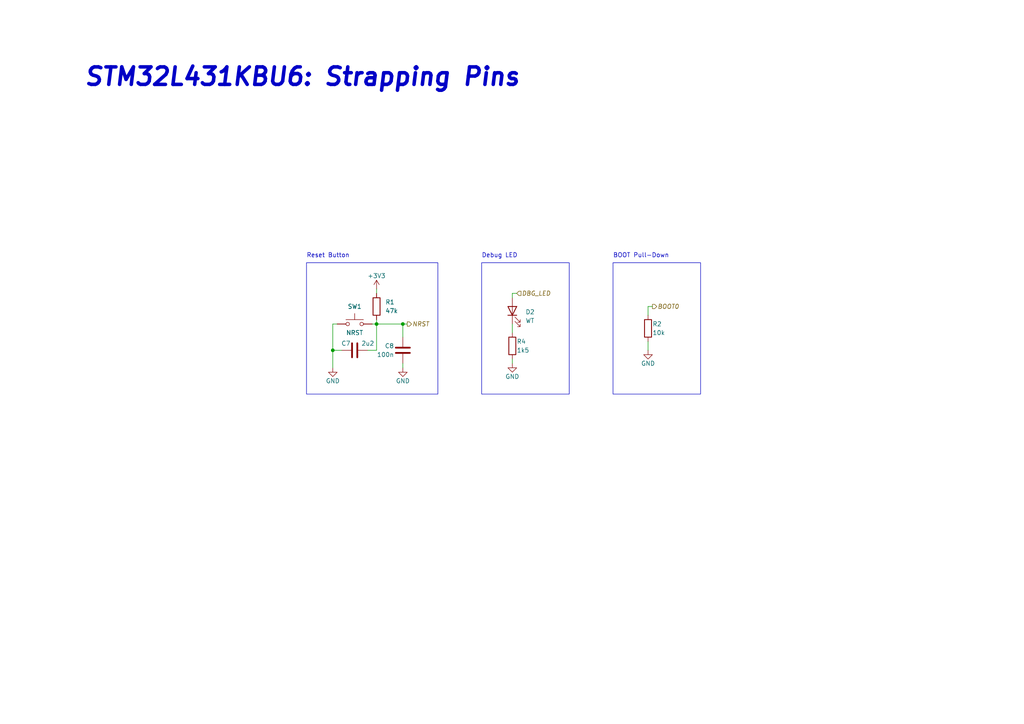
<source format=kicad_sch>
(kicad_sch (version 20230121) (generator eeschema)
  (paper "A4")
  (title_block (date "2023-08-15") (rev "R0"))
  (lib_symbols
    (symbol "Device:C" (pin_numbers hide) (pin_names (offset 0.254))
      (property "Reference" "C" (at 0.635 2.54 0))
      (property "Value" "C" (at 0.635 -2.54 0))
      (symbol "C_0_1"
        (polyline (pts (xy -2.032 -0.762) (xy 2.032 -0.762)) (stroke (width 0.508)))
        (polyline (pts (xy -2.032 0.762) (xy 2.032 0.762)) (stroke (width 0.508)))
      )
      (symbol "C_1_1"
        (pin passive line (at 0 3.81 270) (length 2.794) (name "~") (number "1"))
        (pin passive line (at 0 -3.81 90) (length 2.794) (name "~") (number "2"))
      )
    )
    (symbol "Device:LED" (pin_numbers hide) (pin_names (offset 1.016) hide)
      (property "Reference" "D" (at 0 2.54 0))
      (property "Value" "LED" (at 0 -2.54 0))
      (symbol "LED_0_1"
        (polyline (pts (xy -1.27 -1.27) (xy -1.27 1.27)) (stroke (width 0.254)))
        (polyline (pts (xy -1.27 0) (xy 1.27 0)))
        (polyline (pts (xy 1.27 -1.27) (xy 1.27 1.27) (xy -1.27 0) (xy 1.27 -1.27)) (stroke (width 0.254)))
        (polyline (pts (xy -3.048 -0.762) (xy -4.572 -2.286) (xy -3.81 -2.286) (xy -4.572 -2.286) (xy -4.572 -1.524)))
        (polyline (pts (xy -1.778 -0.762) (xy -3.302 -2.286) (xy -2.54 -2.286) (xy -3.302 -2.286) (xy -3.302 -1.524)))
      )
      (symbol "LED_1_1"
        (pin passive line (at -3.81 0 0) (length 2.54) (name "K") (number "1"))
        (pin passive line (at 3.81 0 180) (length 2.54) (name "A") (number "2"))
      )
    )
    (symbol "Device:R" (pin_numbers hide) (pin_names (offset 0))
      (property "Reference" "R" (at 2.032 0 90))
      (property "Value" "R" (at 0 0 90))
      (symbol "R_0_1"
        (rectangle (start -1.016 -2.54) (end 1.016 2.54) (stroke (width 0.254)))
      )
      (symbol "R_1_1"
        (pin passive line (at 0 3.81 270) (length 1.27) (name "~") (number "1"))
        (pin passive line (at 0 -3.81 90) (length 1.27) (name "~") (number "2"))
      )
    )
    (symbol "Switch:SW_Omron_B3FS" (pin_numbers hide) (pin_names (offset 1.016) hide)
      (property "Reference" "SW" (at 1.27 2.54 0))
      (property "Value" "SW_Omron_B3FS" (at 0 -1.524 0))
      (symbol "SW_Omron_B3FS_0_1"
        (circle (center -2.032 0) (radius 0.508))
        (polyline (pts (xy 0 1.27) (xy 0 3.048)))
        (polyline (pts (xy 2.54 1.27) (xy -2.54 1.27)))
        (circle (center 2.032 0) (radius 0.508))
        (pin passive line (at -5.08 0 0) (length 2.54) (name "1") (number "1"))
        (pin passive line (at 5.08 0 180) (length 2.54) (name "2") (number "2"))
      )
    )
    (symbol "power:+3V3" (power) (pin_names (offset 0))
      (property "Value" "+3V3" (at 0 3.556 0))
      (symbol "+3V3_0_1"
        (polyline (pts (xy -0.762 1.27) (xy 0 2.54)))
        (polyline (pts (xy 0 0) (xy 0 2.54)))
        (polyline (pts (xy 0 2.54) (xy 0.762 1.27)))
      )
      (symbol "+3V3_1_1"
        (pin power_in line (at 0 0 90) (length 0) hide (name "+3V3") (number "1"))
      )
    )
    (symbol "power:GND" (power) (pin_names (offset 0))
      (property "Value" "GND" (at 0 -3.81 0))
      (symbol "GND_0_1"
        (polyline (pts (xy 0 0) (xy 0 -1.27) (xy 1.27 -1.27) (xy 0 -2.54) (xy -1.27 -1.27) (xy 0 -1.27)))
      )
      (symbol "GND_1_1"
        (pin power_in line (at 0 0 270) (length 0) hide (name "GND") (number "1"))
      )
    )
  )
  (junction (at 116.84 93.98))
  (junction (at 96.52 101.6))
  (junction (at 109.22 93.98))
  (wire (pts (xy 109.22 93.98) (xy 116.84 93.98)))
  (wire (pts (xy 148.59 85.09) (xy 149.86 85.09)))
  (wire (pts (xy 96.52 101.6) (xy 96.52 106.68)))
  (wire (pts (xy 107.95 93.98) (xy 109.22 93.98)))
  (wire (pts (xy 148.59 96.52) (xy 148.59 93.98)))
  (wire (pts (xy 187.96 101.6) (xy 187.96 99.06)))
  (wire (pts (xy 116.84 105.41) (xy 116.84 106.68)))
  (wire (pts (xy 96.52 93.98) (xy 97.79 93.98)))
  (wire (pts (xy 187.96 88.9) (xy 189.23 88.9)))
  (wire (pts (xy 99.06 101.6) (xy 96.52 101.6)))
  (wire (pts (xy 109.22 83.82) (xy 109.22 85.09)))
  (wire (pts (xy 148.59 105.41) (xy 148.59 104.14)))
  (wire (pts (xy 148.59 86.36) (xy 148.59 85.09)))
  (wire (pts (xy 116.84 93.98) (xy 116.84 97.79)))
  (wire (pts (xy 109.22 93.98) (xy 109.22 101.6)))
  (wire (pts (xy 106.68 101.6) (xy 109.22 101.6)))
  (wire (pts (xy 96.52 93.98) (xy 96.52 101.6)))
  (wire (pts (xy 116.84 93.98) (xy 118.11 93.98)))
  (wire (pts (xy 187.96 88.9) (xy 187.96 91.44)))
  (wire (pts (xy 109.22 92.71) (xy 109.22 93.98)))
  (rectangle (start 177.8 76.2) (end 203.2 114.3))
  (rectangle (start 139.7 76.2) (end 165.1 114.3))
  (rectangle (start 88.9 76.2) (end 127 114.3))
  (text "Reset Button" (at 88.9 74.93 0) (effects (font (size 1.27 1.27)) (justify left bottom)))
  (text "BOOT Pull-Down" (at 177.8 74.93 0) (effects (font (size 1.27 1.27)) (justify left bottom)))
  (text "Debug LED\n" (at 139.7 74.93 0) (effects (font (size 1.27 1.27)) (justify left bottom)))
  (text "STM32L431KBU6: Strapping Pins" (at 24.13 25.4 0) (effects (font (size 5.08 5.08) (thickness 1.016) bold italic) (justify left bottom)))
  (hierarchical_label "DBG_LED" (shape input) (at 149.86 85.09 0) (effects (font italic)))
  (hierarchical_label "NRST" (shape output) (at 118.11 93.98 0) (effects (font italic)))
  (hierarchical_label "BOOT0" (shape output) (at 189.23 88.9 0) (effects (font italic)))
  (symbol (lib_id "power:+3V3") (at 109.22 83.82 0) (unit 1)
    (property "Reference" "#PWR015" (effects hide))
    (property "Value" "+3V3" (at 109.22 80.01 0))
    (instances (project "Reader_Module" (path "" (reference "#PWR015") (unit 1)) (path "" (reference "#PWR014") (unit 1))))
  )
  (symbol (lib_id "power:GND") (at 187.96 101.6 0) (unit 1)
    (property "Reference" "#PWR019" (effects hide))
    (property "Value" "GND" (at 187.96 105.41 0))
    (instances (project "Reader_Module" (path "" (reference "#PWR019") (unit 1)) (path "" (reference "#PWR016") (unit 1))))
  )
  (symbol (lib_id "Device:R") (at 187.96 95.25 0) (unit 1)
    (property "Reference" "R2" (at 189.23 93.98 0) (effects (justify left)))
    (property "Value" "10k" (at 189.23 96.52 0) (effects (justify left)))
    (property "Footprint" "Resistor_SMD:R_0402_1005Metric" (effects hide))
    (property "LCSC Part #" "C25744" (effects hide))
    (instances (project "Reader_Module" (path "" (reference "R2") (unit 1)) (path "" (reference "R4") (unit 1))))
  )
  (symbol (lib_id "power:GND") (at 148.59 105.41 0) (unit 1)
    (property "Reference" "#PWR020" (effects hide))
    (property "Value" "GND" (at 148.59 109.22 0))
    (instances (project "Reader_Module" (path "" (reference "#PWR020") (unit 1)) (path "" (reference "#PWR015") (unit 1))))
  )
  (symbol (lib_id "Switch:SW_Omron_B3FS") (at 102.87 93.98 0) (unit 1)
    (property "Reference" "SW1" (at 102.87 88.9 0))
    (property "Value" "NRST" (at 102.87 96.52 0))
    (property "Footprint" "Button_Switch_SMD:Panasonic_EVQPUL_EVQPUC" (effects hide))
    (property "Datasheet" "https://omronfs.omron.com/en_US/ecb/products/pdf/en-b3fs.pdf" (effects hide))
    (property "LCSC Part #" "C79174" (effects hide))
  )
  (symbol (lib_id "power:GND") (at 116.84 106.68 0) (unit 1)
    (property "Reference" "#PWR016" (effects hide))
    (property "Value" "GND" (at 116.84 110.49 0))
    (instances (project "Reader_Module" (path "" (reference "#PWR016") (unit 1)) (path "" (reference "#PWR020") (unit 1))))
  )
  (symbol (lib_id "Device:R") (at 109.22 88.9 0) (unit 1)
    (property "Reference" "R1" (at 111.76 87.63 0) (effects (justify left)))
    (property "Value" "47k" (at 111.76 90.17 0) (effects (justify left)))
    (property "Footprint" "Resistor_SMD:R_0402_1005Metric" (effects hide))
    (property "LCSC Part #" "C25792" (effects hide))
  )
  (symbol (lib_id "Device:LED") (at 148.59 90.17 90) (unit 1)
    (property "Reference" "D2" (at 152.4 90.4875 90) (effects (justify right)))
    (property "Value" "WT" (at 152.4 93.0275 90) (effects (justify right)))
    (property "Footprint" "LED_SMD:LED_0805_2012Metric" (effects hide))
    (property "LCSC Part #" "C2296" (effects hide))
  )
  (symbol (lib_id "Device:C") (at 102.87 101.6 270) (mirror x) (unit 1)
    (property "Reference" "C7" (at 100.33 100.33 90) (effects (justify top)))
    (property "Value" "2u2" (at 106.68 100.33 90) (effects (justify top)))
    (property "Footprint" "Capacitor_SMD:C_0402_1005Metric" (effects hide))
    (property "LCSC Part #" "C2997286" (effects hide))
  )
  (symbol (lib_id "power:GND") (at 96.52 106.68 0) (unit 1)
    (property "Reference" "#PWR014" (effects hide))
    (property "Value" "GND" (at 96.52 110.49 0))
    (instances (project "Reader_Module" (path "" (reference "#PWR014") (unit 1)) (path "" (reference "#PWR019") (unit 1))))
  )
  (symbol (lib_id "Device:C") (at 116.84 101.6 0) (mirror x) (unit 1)
    (property "Reference" "C8" (at 114.3 100.33 0) (effects (justify right)))
    (property "Value" "100n" (at 114.3 102.87 0) (effects (justify right)))
    (property "Footprint" "Capacitor_SMD:C_0402_1005Metric" (effects hide))
    (property "LCSC Part #" "C1525" (effects hide))
  )
  (symbol (lib_id "Device:R") (at 148.59 100.33 0) (unit 1)
    (property "Reference" "R4" (at 149.86 99.06 0) (effects (justify left)))
    (property "Value" "1k5" (at 149.86 101.6 0) (effects (justify left)))
    (property "Footprint" "Resistor_SMD:R_0805_2012Metric" (effects hide))
    (property "LCSC Part #" "C25741" (effects hide))
    (instances (project "Reader_Module" (path "" (reference "R4") (unit 1)) (path "" (reference "R2") (unit 1))))
  )
)
</source>
